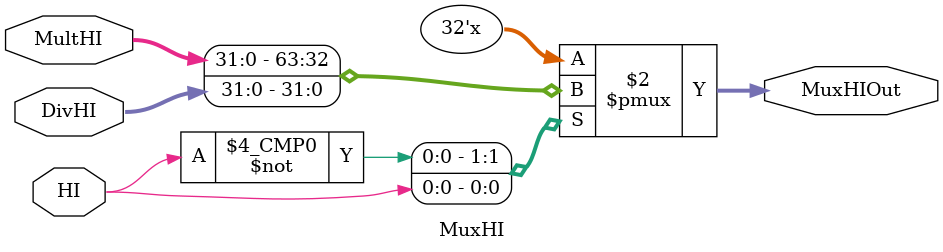
<source format=v>
module MuxHI (
    input wire[31:0] MultHI,
    input wire[31:0] DivHI,
    input wire HI,
	output reg[31:0] MuxHIOut
);
always @(*) begin
	case(HI)
		1'b0:
			MuxHIOut <= MultHI;
		1'b1:
			MuxHIOut <= DivHI;
	endcase
end
endmodule

</source>
